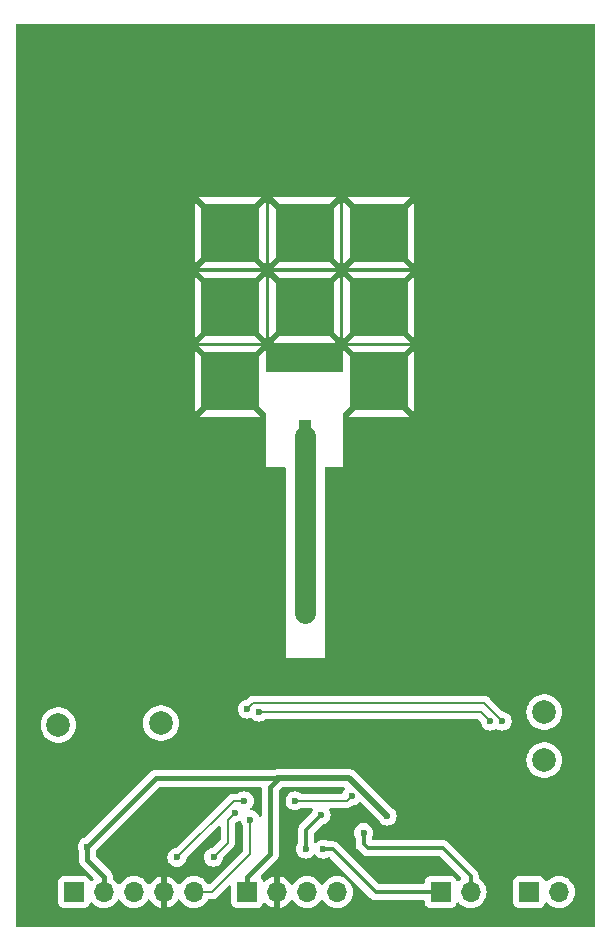
<source format=gbr>
%TF.GenerationSoftware,KiCad,Pcbnew,8.0.1*%
%TF.CreationDate,2025-07-31T15:37:34-05:00*%
%TF.ProjectId,GPS_board_v3,4750535f-626f-4617-9264-5f76332e6b69,rev?*%
%TF.SameCoordinates,Original*%
%TF.FileFunction,Copper,L2,Bot*%
%TF.FilePolarity,Positive*%
%FSLAX46Y46*%
G04 Gerber Fmt 4.6, Leading zero omitted, Abs format (unit mm)*
G04 Created by KiCad (PCBNEW 8.0.1) date 2025-07-31 15:37:34*
%MOMM*%
%LPD*%
G01*
G04 APERTURE LIST*
%TA.AperFunction,ComponentPad*%
%ADD10C,2.000000*%
%TD*%
%TA.AperFunction,ComponentPad*%
%ADD11R,1.700000X1.700000*%
%TD*%
%TA.AperFunction,ComponentPad*%
%ADD12O,1.700000X1.700000*%
%TD*%
%TA.AperFunction,ComponentPad*%
%ADD13R,5.000000X5.000000*%
%TD*%
%TA.AperFunction,ComponentPad*%
%ADD14R,1.000000X2.700000*%
%TD*%
%TA.AperFunction,ViaPad*%
%ADD15C,0.600000*%
%TD*%
%TA.AperFunction,Conductor*%
%ADD16C,0.200000*%
%TD*%
%TA.AperFunction,Conductor*%
%ADD17C,0.350000*%
%TD*%
%TA.AperFunction,Conductor*%
%ADD18C,1.800000*%
%TD*%
%TA.AperFunction,Conductor*%
%ADD19C,0.450000*%
%TD*%
%TA.AperFunction,Conductor*%
%ADD20C,0.500000*%
%TD*%
G04 APERTURE END LIST*
D10*
%TO.P,REF\u002A\u002A,1*%
%TO.N,CAN_TX*%
X135450000Y-111420000D03*
%TD*%
%TO.P,REF\u002A\u002A,1*%
%TO.N,CAN_RX*%
X126760000Y-111570000D03*
%TD*%
%TO.P,REF\u002A\u002A,1*%
%TO.N,STM_UART_TX*%
X167894000Y-110490000D03*
%TD*%
D11*
%TO.P,J4,1,Pin_1*%
%TO.N,STM_RST*%
X128080000Y-125715000D03*
D12*
%TO.P,J4,2,Pin_2*%
%TO.N,+3V3*%
X130620000Y-125715000D03*
%TO.P,J4,3,Pin_3*%
%TO.N,SWCLK*%
X133160000Y-125715000D03*
%TO.P,J4,4,Pin_4*%
%TO.N,GND*%
X135700000Y-125715000D03*
%TO.P,J4,5,Pin_5*%
%TO.N,SWDIO*%
X138240000Y-125715000D03*
%TD*%
D11*
%TO.P,J2,1,Pin_1*%
%TO.N,CANH*%
X159125000Y-125715000D03*
D12*
%TO.P,J2,2,Pin_2*%
%TO.N,Net-(J2A-Pin_2)*%
X161665000Y-125715000D03*
%TD*%
D13*
%TO.P,A1,1,GND*%
%TO.N,GND*%
X141300000Y-69900000D03*
X141300000Y-76200000D03*
X141300000Y-82500000D03*
X147600000Y-69900000D03*
X147600000Y-76200000D03*
X153900000Y-69900000D03*
X153900000Y-76200000D03*
X153900000Y-82500000D03*
D14*
%TO.P,A1,2,RF_OUT*%
%TO.N,Net-(A1-RF_OUT)*%
X147600000Y-87150000D03*
%TD*%
D10*
%TO.P,REF\u002A\u002A,1*%
%TO.N,STM_UART_RX*%
X167894000Y-114554000D03*
%TD*%
D11*
%TO.P,J3,1,Pin_1*%
%TO.N,+3V3*%
X142748000Y-125730000D03*
D12*
%TO.P,J3,2,Pin_2*%
%TO.N,GND*%
X145288000Y-125730000D03*
%TO.P,J3,3,Pin_3*%
%TO.N,CANL*%
X147828000Y-125730000D03*
%TO.P,J3,4,Pin_4*%
%TO.N,CANH*%
X150368000Y-125730000D03*
%TD*%
D11*
%TO.P,J1,1,Pin_1*%
%TO.N,SCL*%
X166625000Y-125715000D03*
D12*
%TO.P,J1,2,Pin_2*%
%TO.N,SDA*%
X169165000Y-125715000D03*
%TD*%
D15*
%TO.N,STM_RST*%
X146800000Y-118000000D03*
X151600000Y-117600000D03*
X136800000Y-122800000D03*
X142500000Y-118000000D03*
%TO.N,SWDIO*%
X143000000Y-119600000D03*
%TO.N,CANH*%
X149200000Y-122100000D03*
%TO.N,Net-(A1-RF_OUT)*%
X147600000Y-102100000D03*
%TO.N,SWCLK*%
X141700000Y-119000000D03*
X139900000Y-122775000D03*
%TO.N,+3V3*%
X129200000Y-121900000D03*
X145400000Y-116100000D03*
X154600000Y-119300000D03*
%TO.N,CANL*%
X149000000Y-119200000D03*
X147700000Y-122100000D03*
%TO.N,Net-(J2A-Pin_2)*%
X152600000Y-120700000D03*
%TO.N,STM_UART_TX*%
X163322000Y-111252000D03*
X143764000Y-110490000D03*
%TO.N,STM_UART_RX*%
X164338000Y-111252000D03*
X142748000Y-110236000D03*
%TO.N,GND*%
X171600000Y-109500000D03*
X123700000Y-114500000D03*
X123700000Y-109500000D03*
X171600000Y-114500000D03*
X156464000Y-119634000D03*
X123700000Y-104500000D03*
X123700000Y-123000000D03*
X171600000Y-123000000D03*
X123700000Y-118900000D03*
X123700000Y-128000000D03*
X130600000Y-109500000D03*
X171600000Y-104500000D03*
X157734000Y-115316000D03*
X171600000Y-118900000D03*
X130600000Y-104500000D03*
X162814000Y-112776000D03*
X171600000Y-128000000D03*
%TD*%
D16*
%TO.N,SWDIO*%
X138240000Y-125715000D02*
X139785000Y-125715000D01*
X139785000Y-125715000D02*
X143000000Y-122500000D01*
X143000000Y-122500000D02*
X143000000Y-119600000D01*
%TO.N,STM_RST*%
X146800000Y-118000000D02*
X151200000Y-118000000D01*
X136800000Y-122800000D02*
X141600000Y-118000000D01*
X141600000Y-118000000D02*
X142500000Y-118000000D01*
X151200000Y-118000000D02*
X151600000Y-117600000D01*
D17*
%TO.N,CANH*%
X150000000Y-122100000D02*
X153615000Y-125715000D01*
X149200000Y-122100000D02*
X150000000Y-122100000D01*
X153615000Y-125715000D02*
X159125000Y-125715000D01*
D18*
%TO.N,Net-(A1-RF_OUT)*%
X147600000Y-102100000D02*
X147600000Y-87150000D01*
D16*
%TO.N,SWCLK*%
X141100000Y-121575000D02*
X139900000Y-122775000D01*
X141100000Y-121575000D02*
X141100000Y-119600000D01*
X141100000Y-119600000D02*
X141700000Y-119000000D01*
D19*
%TO.N,+3V3*%
X135000000Y-116100000D02*
X145400000Y-116100000D01*
X129200000Y-123000000D02*
X129200000Y-121900000D01*
D20*
X154600000Y-119300000D02*
X151400000Y-116100000D01*
D19*
X144700000Y-116800000D02*
X144700000Y-122508000D01*
X129200000Y-121900000D02*
X135000000Y-116100000D01*
D20*
X151400000Y-116100000D02*
X145400000Y-116100000D01*
D19*
X142748000Y-124460000D02*
X142748000Y-125730000D01*
X145400000Y-116100000D02*
X144700000Y-116800000D01*
X130620000Y-125715000D02*
X130620000Y-124420000D01*
X142748000Y-124460000D02*
X144700000Y-122508000D01*
X130620000Y-124420000D02*
X129200000Y-123000000D01*
D17*
%TO.N,CANL*%
X147700000Y-122100000D02*
X147700000Y-120500000D01*
X147700000Y-120500000D02*
X149000000Y-119200000D01*
%TO.N,Net-(J2A-Pin_2)*%
X152960000Y-122000000D02*
X159300000Y-122000000D01*
X159300000Y-122000000D02*
X161665000Y-124365000D01*
X152600000Y-120700000D02*
X152600000Y-121640000D01*
X161665000Y-124365000D02*
X161665000Y-125715000D01*
X152600000Y-121640000D02*
X152960000Y-122000000D01*
D16*
%TO.N,STM_UART_TX*%
X162560000Y-110490000D02*
X163322000Y-111252000D01*
X143764000Y-110490000D02*
X162560000Y-110490000D01*
%TO.N,STM_UART_RX*%
X143256000Y-109728000D02*
X162814000Y-109728000D01*
X143256000Y-109728000D02*
X142748000Y-110236000D01*
X164338000Y-111252000D02*
X162814000Y-109728000D01*
%TD*%
%TA.AperFunction,Conductor*%
%TO.N,GND*%
G36*
X143917539Y-116845185D02*
G01*
X143963294Y-116897989D01*
X143974500Y-116949500D01*
X143974500Y-119231439D01*
X143954815Y-119298478D01*
X143902011Y-119344233D01*
X143832853Y-119354177D01*
X143769297Y-119325152D01*
X143733459Y-119272395D01*
X143725790Y-119250479D01*
X143629815Y-119097737D01*
X143502262Y-118970184D01*
X143349523Y-118874211D01*
X143179254Y-118814631D01*
X143179249Y-118814630D01*
X143109953Y-118806823D01*
X143045539Y-118779757D01*
X143005983Y-118722162D01*
X143003846Y-118652325D01*
X143036152Y-118595925D01*
X143129816Y-118502262D01*
X143225789Y-118349522D01*
X143285368Y-118179255D01*
X143285369Y-118179249D01*
X143305565Y-118000003D01*
X143305565Y-117999996D01*
X143285369Y-117820750D01*
X143285368Y-117820745D01*
X143225788Y-117650476D01*
X143129815Y-117497737D01*
X143002262Y-117370184D01*
X142849523Y-117274211D01*
X142679254Y-117214631D01*
X142679249Y-117214630D01*
X142500004Y-117194435D01*
X142499996Y-117194435D01*
X142320750Y-117214630D01*
X142320745Y-117214631D01*
X142150476Y-117274211D01*
X141997736Y-117370185D01*
X141994903Y-117372445D01*
X141992724Y-117373334D01*
X141991842Y-117373889D01*
X141991744Y-117373734D01*
X141930217Y-117398855D01*
X141917588Y-117399500D01*
X141679057Y-117399500D01*
X141520943Y-117399500D01*
X141368215Y-117440423D01*
X141368214Y-117440423D01*
X141368212Y-117440424D01*
X141368209Y-117440425D01*
X141333066Y-117460716D01*
X141333064Y-117460717D01*
X141231290Y-117519475D01*
X141231282Y-117519481D01*
X141119478Y-117631286D01*
X136781465Y-121969298D01*
X136720142Y-122002783D01*
X136707668Y-122004837D01*
X136620750Y-122014630D01*
X136450478Y-122074210D01*
X136297737Y-122170184D01*
X136170184Y-122297737D01*
X136074211Y-122450476D01*
X136014631Y-122620745D01*
X136014630Y-122620750D01*
X135994435Y-122799996D01*
X135994435Y-122800003D01*
X136014630Y-122979249D01*
X136014631Y-122979254D01*
X136074211Y-123149523D01*
X136154475Y-123277262D01*
X136170184Y-123302262D01*
X136297738Y-123429816D01*
X136450478Y-123525789D01*
X136549299Y-123560368D01*
X136620745Y-123585368D01*
X136620750Y-123585369D01*
X136799996Y-123605565D01*
X136800000Y-123605565D01*
X136800004Y-123605565D01*
X136979249Y-123585369D01*
X136979252Y-123585368D01*
X136979255Y-123585368D01*
X137149522Y-123525789D01*
X137302262Y-123429816D01*
X137429816Y-123302262D01*
X137525789Y-123149522D01*
X137585368Y-122979255D01*
X137595161Y-122892329D01*
X137622226Y-122827918D01*
X137630690Y-122818543D01*
X140287821Y-120161413D01*
X140349142Y-120127930D01*
X140418834Y-120132914D01*
X140474767Y-120174786D01*
X140499184Y-120240250D01*
X140499500Y-120249096D01*
X140499500Y-121274902D01*
X140479815Y-121341941D01*
X140463181Y-121362583D01*
X139881465Y-121944298D01*
X139820142Y-121977783D01*
X139807668Y-121979837D01*
X139720750Y-121989630D01*
X139550478Y-122049210D01*
X139397737Y-122145184D01*
X139270184Y-122272737D01*
X139174211Y-122425476D01*
X139114631Y-122595745D01*
X139114631Y-122595747D01*
X139094435Y-122774996D01*
X139094435Y-122775003D01*
X139114630Y-122954249D01*
X139114631Y-122954254D01*
X139174211Y-123124523D01*
X139189920Y-123149523D01*
X139270184Y-123277262D01*
X139397738Y-123404816D01*
X139550478Y-123500789D01*
X139621924Y-123525789D01*
X139720745Y-123560368D01*
X139720750Y-123560369D01*
X139899996Y-123580565D01*
X139900000Y-123580565D01*
X139900004Y-123580565D01*
X140079249Y-123560369D01*
X140079252Y-123560368D01*
X140079255Y-123560368D01*
X140249522Y-123500789D01*
X140402262Y-123404816D01*
X140529816Y-123277262D01*
X140625789Y-123124522D01*
X140685368Y-122954255D01*
X140695161Y-122867329D01*
X140722226Y-122802918D01*
X140730690Y-122793543D01*
X141458506Y-122065728D01*
X141458511Y-122065724D01*
X141468714Y-122055520D01*
X141468716Y-122055520D01*
X141580520Y-121943716D01*
X141642111Y-121837036D01*
X141659577Y-121806785D01*
X141700500Y-121654058D01*
X141700500Y-121495943D01*
X141700500Y-119916321D01*
X141720185Y-119849282D01*
X141772989Y-119803527D01*
X141810613Y-119793101D01*
X141879255Y-119785368D01*
X142021057Y-119735749D01*
X142049514Y-119725792D01*
X142049515Y-119725791D01*
X142049522Y-119725789D01*
X142049527Y-119725785D01*
X142049780Y-119725664D01*
X142049969Y-119725632D01*
X142056096Y-119723489D01*
X142056471Y-119724561D01*
X142118719Y-119714303D01*
X142182858Y-119742016D01*
X142220639Y-119796422D01*
X142274211Y-119949523D01*
X142322132Y-120025788D01*
X142359569Y-120085369D01*
X142370185Y-120102263D01*
X142372445Y-120105097D01*
X142373334Y-120107275D01*
X142373889Y-120108158D01*
X142373734Y-120108255D01*
X142398855Y-120169783D01*
X142399500Y-120182412D01*
X142399500Y-122199902D01*
X142379815Y-122266941D01*
X142363181Y-122287583D01*
X139600714Y-125050050D01*
X139539391Y-125083535D01*
X139469699Y-125078551D01*
X139413766Y-125036679D01*
X139411486Y-125033531D01*
X139278495Y-124843599D01*
X139278493Y-124843596D01*
X139111402Y-124676506D01*
X139111395Y-124676501D01*
X139098580Y-124667528D01*
X139055940Y-124637671D01*
X138917834Y-124540967D01*
X138917830Y-124540965D01*
X138850979Y-124509792D01*
X138703663Y-124441097D01*
X138703659Y-124441096D01*
X138703655Y-124441094D01*
X138475413Y-124379938D01*
X138475403Y-124379936D01*
X138240001Y-124359341D01*
X138239999Y-124359341D01*
X138004596Y-124379936D01*
X138004586Y-124379938D01*
X137776344Y-124441094D01*
X137776335Y-124441098D01*
X137562171Y-124540964D01*
X137562169Y-124540965D01*
X137368597Y-124676505D01*
X137201508Y-124843594D01*
X137071269Y-125029595D01*
X137016692Y-125073219D01*
X136947193Y-125080412D01*
X136884839Y-125048890D01*
X136868119Y-125029594D01*
X136738113Y-124843926D01*
X136738108Y-124843920D01*
X136571082Y-124676894D01*
X136377578Y-124541399D01*
X136163492Y-124441570D01*
X136163486Y-124441567D01*
X135950000Y-124384364D01*
X135950000Y-125281988D01*
X135892993Y-125249075D01*
X135765826Y-125215000D01*
X135634174Y-125215000D01*
X135507007Y-125249075D01*
X135450000Y-125281988D01*
X135450000Y-124384364D01*
X135449999Y-124384364D01*
X135236513Y-124441567D01*
X135236507Y-124441570D01*
X135022422Y-124541399D01*
X135022420Y-124541400D01*
X134828926Y-124676886D01*
X134828920Y-124676891D01*
X134661891Y-124843920D01*
X134661890Y-124843922D01*
X134531880Y-125029595D01*
X134477303Y-125073219D01*
X134407804Y-125080412D01*
X134345450Y-125048890D01*
X134328730Y-125029594D01*
X134198494Y-124843597D01*
X134031402Y-124676506D01*
X134031395Y-124676501D01*
X134018580Y-124667528D01*
X133975940Y-124637671D01*
X133837834Y-124540967D01*
X133837830Y-124540965D01*
X133770979Y-124509792D01*
X133623663Y-124441097D01*
X133623659Y-124441096D01*
X133623655Y-124441094D01*
X133395413Y-124379938D01*
X133395403Y-124379936D01*
X133160001Y-124359341D01*
X133159999Y-124359341D01*
X132924596Y-124379936D01*
X132924586Y-124379938D01*
X132696344Y-124441094D01*
X132696335Y-124441098D01*
X132482171Y-124540964D01*
X132482169Y-124540965D01*
X132288597Y-124676505D01*
X132121505Y-124843597D01*
X131991575Y-125029158D01*
X131936998Y-125072783D01*
X131867500Y-125079977D01*
X131805145Y-125048454D01*
X131788425Y-125029158D01*
X131658494Y-124843597D01*
X131491404Y-124676508D01*
X131491402Y-124676506D01*
X131491401Y-124676505D01*
X131475287Y-124665222D01*
X131398375Y-124611366D01*
X131354751Y-124556789D01*
X131345500Y-124509792D01*
X131345500Y-124348542D01*
X131317620Y-124208385D01*
X131317619Y-124208384D01*
X131317619Y-124208380D01*
X131262929Y-124076347D01*
X131242004Y-124045031D01*
X131183532Y-123957520D01*
X131183530Y-123957518D01*
X131183528Y-123957515D01*
X129961819Y-122735806D01*
X129928334Y-122674483D01*
X129925500Y-122648125D01*
X129925500Y-122271414D01*
X129932457Y-122230463D01*
X129942977Y-122200398D01*
X129972335Y-122153675D01*
X135264193Y-116861819D01*
X135325516Y-116828334D01*
X135351874Y-116825500D01*
X143850500Y-116825500D01*
X143917539Y-116845185D01*
G37*
%TD.AperFunction*%
%TA.AperFunction,Conductor*%
G36*
X172130539Y-52212185D02*
G01*
X172176294Y-52264989D01*
X172187500Y-52316500D01*
X172187500Y-128575500D01*
X172167815Y-128642539D01*
X172115011Y-128688294D01*
X172063500Y-128699500D01*
X123274500Y-128699500D01*
X123207461Y-128679815D01*
X123161706Y-128627011D01*
X123150500Y-128575500D01*
X123150500Y-126612870D01*
X126729500Y-126612870D01*
X126729501Y-126612876D01*
X126735908Y-126672483D01*
X126786202Y-126807328D01*
X126786206Y-126807335D01*
X126872452Y-126922544D01*
X126872455Y-126922547D01*
X126987664Y-127008793D01*
X126987671Y-127008797D01*
X127122517Y-127059091D01*
X127122516Y-127059091D01*
X127129444Y-127059835D01*
X127182127Y-127065500D01*
X128977872Y-127065499D01*
X129037483Y-127059091D01*
X129172331Y-127008796D01*
X129287546Y-126922546D01*
X129373796Y-126807331D01*
X129422810Y-126675916D01*
X129464681Y-126619984D01*
X129530145Y-126595566D01*
X129598418Y-126610417D01*
X129626673Y-126631569D01*
X129748599Y-126753495D01*
X129845384Y-126821265D01*
X129942165Y-126889032D01*
X129942167Y-126889033D01*
X129942170Y-126889035D01*
X130156337Y-126988903D01*
X130384592Y-127050063D01*
X130561034Y-127065500D01*
X130619999Y-127070659D01*
X130620000Y-127070659D01*
X130620001Y-127070659D01*
X130678966Y-127065500D01*
X130855408Y-127050063D01*
X131083663Y-126988903D01*
X131297830Y-126889035D01*
X131491401Y-126753495D01*
X131658495Y-126586401D01*
X131788425Y-126400842D01*
X131843002Y-126357217D01*
X131912500Y-126350023D01*
X131974855Y-126381546D01*
X131991575Y-126400842D01*
X132121500Y-126586395D01*
X132121505Y-126586401D01*
X132288599Y-126753495D01*
X132385384Y-126821265D01*
X132482165Y-126889032D01*
X132482167Y-126889033D01*
X132482170Y-126889035D01*
X132696337Y-126988903D01*
X132924592Y-127050063D01*
X133101034Y-127065500D01*
X133159999Y-127070659D01*
X133160000Y-127070659D01*
X133160001Y-127070659D01*
X133218966Y-127065500D01*
X133395408Y-127050063D01*
X133623663Y-126988903D01*
X133837830Y-126889035D01*
X134031401Y-126753495D01*
X134198495Y-126586401D01*
X134328730Y-126400405D01*
X134383307Y-126356781D01*
X134452805Y-126349587D01*
X134515160Y-126381110D01*
X134531879Y-126400405D01*
X134661890Y-126586078D01*
X134828917Y-126753105D01*
X135022421Y-126888600D01*
X135236507Y-126988429D01*
X135236516Y-126988433D01*
X135450000Y-127045634D01*
X135450000Y-126148012D01*
X135507007Y-126180925D01*
X135634174Y-126215000D01*
X135765826Y-126215000D01*
X135892993Y-126180925D01*
X135950000Y-126148012D01*
X135950000Y-127045633D01*
X136163483Y-126988433D01*
X136163492Y-126988429D01*
X136377578Y-126888600D01*
X136571082Y-126753105D01*
X136738105Y-126586082D01*
X136868119Y-126400405D01*
X136922696Y-126356781D01*
X136992195Y-126349588D01*
X137054549Y-126381110D01*
X137071269Y-126400405D01*
X137201505Y-126586401D01*
X137368599Y-126753495D01*
X137465384Y-126821265D01*
X137562165Y-126889032D01*
X137562167Y-126889033D01*
X137562170Y-126889035D01*
X137776337Y-126988903D01*
X138004592Y-127050063D01*
X138181034Y-127065500D01*
X138239999Y-127070659D01*
X138240000Y-127070659D01*
X138240001Y-127070659D01*
X138298966Y-127065500D01*
X138475408Y-127050063D01*
X138703663Y-126988903D01*
X138917830Y-126889035D01*
X139111401Y-126753495D01*
X139278495Y-126586401D01*
X139414035Y-126392830D01*
X139416707Y-126387097D01*
X139462878Y-126334658D01*
X139529091Y-126315500D01*
X139698331Y-126315500D01*
X139698347Y-126315501D01*
X139705943Y-126315501D01*
X139864054Y-126315501D01*
X139864057Y-126315501D01*
X140016785Y-126274577D01*
X140077202Y-126239695D01*
X140153716Y-126195520D01*
X140265520Y-126083716D01*
X140265520Y-126083714D01*
X140275724Y-126073511D01*
X140275727Y-126073506D01*
X141185820Y-125163414D01*
X141247142Y-125129930D01*
X141316834Y-125134914D01*
X141372767Y-125176786D01*
X141397184Y-125242250D01*
X141397500Y-125251096D01*
X141397500Y-126627870D01*
X141397501Y-126627876D01*
X141403908Y-126687483D01*
X141454202Y-126822328D01*
X141454206Y-126822335D01*
X141540452Y-126937544D01*
X141540455Y-126937547D01*
X141655664Y-127023793D01*
X141655671Y-127023797D01*
X141790517Y-127074091D01*
X141790516Y-127074091D01*
X141797444Y-127074835D01*
X141850127Y-127080500D01*
X143645872Y-127080499D01*
X143705483Y-127074091D01*
X143840331Y-127023796D01*
X143955546Y-126937546D01*
X144041796Y-126822331D01*
X144091002Y-126690401D01*
X144132872Y-126634468D01*
X144198337Y-126610050D01*
X144266610Y-126624901D01*
X144294865Y-126646053D01*
X144416917Y-126768105D01*
X144610421Y-126903600D01*
X144824507Y-127003429D01*
X144824516Y-127003433D01*
X145038000Y-127060634D01*
X145038000Y-126163012D01*
X145095007Y-126195925D01*
X145222174Y-126230000D01*
X145353826Y-126230000D01*
X145480993Y-126195925D01*
X145538000Y-126163012D01*
X145538000Y-127060633D01*
X145751483Y-127003433D01*
X145751492Y-127003429D01*
X145965578Y-126903600D01*
X146159082Y-126768105D01*
X146326105Y-126601082D01*
X146456119Y-126415405D01*
X146510696Y-126371781D01*
X146580195Y-126364588D01*
X146642549Y-126396110D01*
X146659269Y-126415405D01*
X146789505Y-126601401D01*
X146956599Y-126768495D01*
X147053384Y-126836265D01*
X147150165Y-126904032D01*
X147150167Y-126904033D01*
X147150170Y-126904035D01*
X147364337Y-127003903D01*
X147592592Y-127065063D01*
X147769034Y-127080500D01*
X147827999Y-127085659D01*
X147828000Y-127085659D01*
X147828001Y-127085659D01*
X147886966Y-127080500D01*
X148063408Y-127065063D01*
X148291663Y-127003903D01*
X148505830Y-126904035D01*
X148699401Y-126768495D01*
X148866495Y-126601401D01*
X148996425Y-126415842D01*
X149051002Y-126372217D01*
X149120500Y-126365023D01*
X149182855Y-126396546D01*
X149199575Y-126415842D01*
X149329500Y-126601395D01*
X149329505Y-126601401D01*
X149496599Y-126768495D01*
X149593384Y-126836265D01*
X149690165Y-126904032D01*
X149690167Y-126904033D01*
X149690170Y-126904035D01*
X149904337Y-127003903D01*
X150132592Y-127065063D01*
X150309034Y-127080500D01*
X150367999Y-127085659D01*
X150368000Y-127085659D01*
X150368001Y-127085659D01*
X150426966Y-127080500D01*
X150603408Y-127065063D01*
X150831663Y-127003903D01*
X151045830Y-126904035D01*
X151239401Y-126768495D01*
X151406495Y-126601401D01*
X151542035Y-126407830D01*
X151641903Y-126193663D01*
X151703063Y-125965408D01*
X151723659Y-125730000D01*
X151703063Y-125494592D01*
X151641903Y-125266337D01*
X151542035Y-125052171D01*
X151539433Y-125048454D01*
X151406494Y-124858597D01*
X151239402Y-124691506D01*
X151239395Y-124691501D01*
X151045834Y-124555967D01*
X151045830Y-124555965D01*
X151007038Y-124537876D01*
X150831663Y-124456097D01*
X150831659Y-124456096D01*
X150831655Y-124456094D01*
X150603413Y-124394938D01*
X150603403Y-124394936D01*
X150368001Y-124374341D01*
X150367999Y-124374341D01*
X150132596Y-124394936D01*
X150132586Y-124394938D01*
X149904344Y-124456094D01*
X149904335Y-124456098D01*
X149690171Y-124555964D01*
X149690169Y-124555965D01*
X149496597Y-124691505D01*
X149329505Y-124858597D01*
X149199575Y-125044158D01*
X149144998Y-125087783D01*
X149075500Y-125094977D01*
X149013145Y-125063454D01*
X148996425Y-125044158D01*
X148866494Y-124858597D01*
X148699402Y-124691506D01*
X148699395Y-124691501D01*
X148505834Y-124555967D01*
X148505830Y-124555965D01*
X148467038Y-124537876D01*
X148291663Y-124456097D01*
X148291659Y-124456096D01*
X148291655Y-124456094D01*
X148063413Y-124394938D01*
X148063403Y-124394936D01*
X147828001Y-124374341D01*
X147827999Y-124374341D01*
X147592596Y-124394936D01*
X147592586Y-124394938D01*
X147364344Y-124456094D01*
X147364335Y-124456098D01*
X147150171Y-124555964D01*
X147150169Y-124555965D01*
X146956597Y-124691505D01*
X146789508Y-124858594D01*
X146659269Y-125044595D01*
X146604692Y-125088219D01*
X146535193Y-125095412D01*
X146472839Y-125063890D01*
X146456119Y-125044594D01*
X146326113Y-124858926D01*
X146326108Y-124858920D01*
X146159082Y-124691894D01*
X145965578Y-124556399D01*
X145751492Y-124456570D01*
X145751486Y-124456567D01*
X145538000Y-124399364D01*
X145538000Y-125296988D01*
X145480993Y-125264075D01*
X145353826Y-125230000D01*
X145222174Y-125230000D01*
X145095007Y-125264075D01*
X145038000Y-125296988D01*
X145038000Y-124399364D01*
X145037999Y-124399364D01*
X144824513Y-124456567D01*
X144824507Y-124456570D01*
X144610422Y-124556399D01*
X144610420Y-124556400D01*
X144416926Y-124691886D01*
X144294865Y-124813947D01*
X144233542Y-124847431D01*
X144163850Y-124842447D01*
X144107917Y-124800575D01*
X144091002Y-124769598D01*
X144041797Y-124637671D01*
X144041793Y-124637664D01*
X143955547Y-124522455D01*
X143955546Y-124522454D01*
X143935510Y-124507455D01*
X143930570Y-124503757D01*
X143888699Y-124447825D01*
X143883715Y-124378133D01*
X143917198Y-124316812D01*
X145263532Y-122970480D01*
X145342929Y-122851653D01*
X145397619Y-122719620D01*
X145410205Y-122656347D01*
X145411559Y-122649540D01*
X145425500Y-122579457D01*
X145425500Y-117151873D01*
X145445185Y-117084834D01*
X145461815Y-117064196D01*
X145639192Y-116886818D01*
X145700515Y-116853334D01*
X145726873Y-116850500D01*
X150918060Y-116850500D01*
X150985099Y-116870185D01*
X151030854Y-116922989D01*
X151040798Y-116992147D01*
X151011773Y-117055703D01*
X151005741Y-117062181D01*
X150970184Y-117097737D01*
X150874210Y-117250478D01*
X150851125Y-117316454D01*
X150810403Y-117373230D01*
X150745451Y-117398978D01*
X150734083Y-117399500D01*
X147382412Y-117399500D01*
X147315373Y-117379815D01*
X147305097Y-117372445D01*
X147302263Y-117370185D01*
X147302262Y-117370184D01*
X147245496Y-117334515D01*
X147149523Y-117274211D01*
X146979254Y-117214631D01*
X146979249Y-117214630D01*
X146800004Y-117194435D01*
X146799996Y-117194435D01*
X146620750Y-117214630D01*
X146620745Y-117214631D01*
X146450476Y-117274211D01*
X146297737Y-117370184D01*
X146170184Y-117497737D01*
X146074211Y-117650476D01*
X146014631Y-117820745D01*
X146014630Y-117820750D01*
X145994435Y-117999996D01*
X145994435Y-118000003D01*
X146014630Y-118179249D01*
X146014631Y-118179254D01*
X146074211Y-118349523D01*
X146156523Y-118480521D01*
X146170184Y-118502262D01*
X146297738Y-118629816D01*
X146388080Y-118686582D01*
X146444705Y-118722162D01*
X146450478Y-118725789D01*
X146604710Y-118779757D01*
X146620745Y-118785368D01*
X146620750Y-118785369D01*
X146799996Y-118805565D01*
X146800000Y-118805565D01*
X146800004Y-118805565D01*
X146979249Y-118785369D01*
X146979252Y-118785368D01*
X146979255Y-118785368D01*
X147149522Y-118725789D01*
X147302262Y-118629816D01*
X147302267Y-118629810D01*
X147305097Y-118627555D01*
X147307275Y-118626665D01*
X147308158Y-118626111D01*
X147308255Y-118626265D01*
X147369783Y-118601145D01*
X147382412Y-118600500D01*
X148206921Y-118600500D01*
X148273960Y-118620185D01*
X148319715Y-118672989D01*
X148329659Y-118742147D01*
X148311915Y-118790472D01*
X148274209Y-118850480D01*
X148218961Y-119008370D01*
X148189601Y-119055096D01*
X147175307Y-120069390D01*
X147175304Y-120069394D01*
X147101383Y-120180024D01*
X147101378Y-120180034D01*
X147050459Y-120302963D01*
X147050457Y-120302971D01*
X147024500Y-120433464D01*
X147024500Y-121634719D01*
X147005494Y-121700690D01*
X146974209Y-121750479D01*
X146914633Y-121920737D01*
X146914630Y-121920750D01*
X146894435Y-122099996D01*
X146894435Y-122100003D01*
X146914630Y-122279249D01*
X146914631Y-122279254D01*
X146974211Y-122449523D01*
X147054994Y-122578087D01*
X147070184Y-122602262D01*
X147197738Y-122729816D01*
X147350478Y-122825789D01*
X147469204Y-122867333D01*
X147520745Y-122885368D01*
X147520750Y-122885369D01*
X147699996Y-122905565D01*
X147700000Y-122905565D01*
X147700004Y-122905565D01*
X147879249Y-122885369D01*
X147879252Y-122885368D01*
X147879255Y-122885368D01*
X148049522Y-122825789D01*
X148202262Y-122729816D01*
X148329816Y-122602262D01*
X148345007Y-122578084D01*
X148397339Y-122531796D01*
X148466393Y-122521146D01*
X148530242Y-122549521D01*
X148554990Y-122578082D01*
X148570184Y-122602262D01*
X148697738Y-122729816D01*
X148850478Y-122825789D01*
X148969204Y-122867333D01*
X149020745Y-122885368D01*
X149020750Y-122885369D01*
X149199996Y-122905565D01*
X149200000Y-122905565D01*
X149200004Y-122905565D01*
X149379249Y-122885369D01*
X149379252Y-122885368D01*
X149379255Y-122885368D01*
X149549522Y-122825789D01*
X149599307Y-122794507D01*
X149665280Y-122775500D01*
X149668837Y-122775500D01*
X149735876Y-122795185D01*
X149756518Y-122811819D01*
X153090305Y-126145606D01*
X153138354Y-126193655D01*
X153184394Y-126239695D01*
X153184398Y-126239698D01*
X153295020Y-126313613D01*
X153295023Y-126313614D01*
X153295031Y-126313620D01*
X153295037Y-126313622D01*
X153295038Y-126313623D01*
X153406192Y-126359664D01*
X153417964Y-126364540D01*
X153417968Y-126364540D01*
X153417969Y-126364541D01*
X153548466Y-126390500D01*
X153548469Y-126390500D01*
X157650501Y-126390500D01*
X157717540Y-126410185D01*
X157763295Y-126462989D01*
X157774501Y-126514500D01*
X157774501Y-126612876D01*
X157780908Y-126672483D01*
X157831202Y-126807328D01*
X157831206Y-126807335D01*
X157917452Y-126922544D01*
X157917455Y-126922547D01*
X158032664Y-127008793D01*
X158032671Y-127008797D01*
X158167517Y-127059091D01*
X158167516Y-127059091D01*
X158174444Y-127059835D01*
X158227127Y-127065500D01*
X160022872Y-127065499D01*
X160082483Y-127059091D01*
X160217331Y-127008796D01*
X160332546Y-126922546D01*
X160418796Y-126807331D01*
X160467810Y-126675916D01*
X160509681Y-126619984D01*
X160575145Y-126595566D01*
X160643418Y-126610417D01*
X160671673Y-126631569D01*
X160793599Y-126753495D01*
X160890384Y-126821265D01*
X160987165Y-126889032D01*
X160987167Y-126889033D01*
X160987170Y-126889035D01*
X161201337Y-126988903D01*
X161429592Y-127050063D01*
X161606034Y-127065500D01*
X161664999Y-127070659D01*
X161665000Y-127070659D01*
X161665001Y-127070659D01*
X161723966Y-127065500D01*
X161900408Y-127050063D01*
X162128663Y-126988903D01*
X162342830Y-126889035D01*
X162536401Y-126753495D01*
X162677026Y-126612870D01*
X165274500Y-126612870D01*
X165274501Y-126612876D01*
X165280908Y-126672483D01*
X165331202Y-126807328D01*
X165331206Y-126807335D01*
X165417452Y-126922544D01*
X165417455Y-126922547D01*
X165532664Y-127008793D01*
X165532671Y-127008797D01*
X165667517Y-127059091D01*
X165667516Y-127059091D01*
X165674444Y-127059835D01*
X165727127Y-127065500D01*
X167522872Y-127065499D01*
X167582483Y-127059091D01*
X167717331Y-127008796D01*
X167832546Y-126922546D01*
X167918796Y-126807331D01*
X167967810Y-126675916D01*
X168009681Y-126619984D01*
X168075145Y-126595566D01*
X168143418Y-126610417D01*
X168171673Y-126631569D01*
X168293599Y-126753495D01*
X168390384Y-126821265D01*
X168487165Y-126889032D01*
X168487167Y-126889033D01*
X168487170Y-126889035D01*
X168701337Y-126988903D01*
X168929592Y-127050063D01*
X169106034Y-127065500D01*
X169164999Y-127070659D01*
X169165000Y-127070659D01*
X169165001Y-127070659D01*
X169223966Y-127065500D01*
X169400408Y-127050063D01*
X169628663Y-126988903D01*
X169842830Y-126889035D01*
X170036401Y-126753495D01*
X170203495Y-126586401D01*
X170339035Y-126392830D01*
X170438903Y-126178663D01*
X170500063Y-125950408D01*
X170520659Y-125715000D01*
X170500063Y-125479592D01*
X170442316Y-125264075D01*
X170438905Y-125251344D01*
X170438904Y-125251343D01*
X170438903Y-125251337D01*
X170339035Y-125037171D01*
X170338691Y-125036679D01*
X170203494Y-124843597D01*
X170036402Y-124676506D01*
X170036395Y-124676501D01*
X170023580Y-124667528D01*
X169980940Y-124637671D01*
X169842834Y-124540967D01*
X169842830Y-124540965D01*
X169775979Y-124509792D01*
X169628663Y-124441097D01*
X169628659Y-124441096D01*
X169628655Y-124441094D01*
X169400413Y-124379938D01*
X169400403Y-124379936D01*
X169165001Y-124359341D01*
X169164999Y-124359341D01*
X168929596Y-124379936D01*
X168929586Y-124379938D01*
X168701344Y-124441094D01*
X168701335Y-124441098D01*
X168487171Y-124540964D01*
X168487169Y-124540965D01*
X168293600Y-124676503D01*
X168171673Y-124798430D01*
X168110350Y-124831914D01*
X168040658Y-124826930D01*
X167984725Y-124785058D01*
X167967810Y-124754081D01*
X167918797Y-124622671D01*
X167918793Y-124622664D01*
X167832547Y-124507455D01*
X167832544Y-124507452D01*
X167717335Y-124421206D01*
X167717328Y-124421202D01*
X167582482Y-124370908D01*
X167582483Y-124370908D01*
X167522883Y-124364501D01*
X167522881Y-124364500D01*
X167522873Y-124364500D01*
X167522864Y-124364500D01*
X165727129Y-124364500D01*
X165727123Y-124364501D01*
X165667516Y-124370908D01*
X165532671Y-124421202D01*
X165532664Y-124421206D01*
X165417455Y-124507452D01*
X165417452Y-124507455D01*
X165331206Y-124622664D01*
X165331202Y-124622671D01*
X165280908Y-124757517D01*
X165274501Y-124817116D01*
X165274500Y-124817135D01*
X165274500Y-126612870D01*
X162677026Y-126612870D01*
X162703495Y-126586401D01*
X162839035Y-126392830D01*
X162938903Y-126178663D01*
X163000063Y-125950408D01*
X163020659Y-125715000D01*
X163000063Y-125479592D01*
X162942316Y-125264075D01*
X162938905Y-125251344D01*
X162938904Y-125251343D01*
X162938903Y-125251337D01*
X162839035Y-125037171D01*
X162838691Y-125036679D01*
X162703494Y-124843597D01*
X162536402Y-124676506D01*
X162536401Y-124676505D01*
X162525527Y-124668891D01*
X162393375Y-124576357D01*
X162349752Y-124521781D01*
X162340500Y-124474783D01*
X162340500Y-124298466D01*
X162314541Y-124167969D01*
X162314540Y-124167968D01*
X162314540Y-124167964D01*
X162263620Y-124045031D01*
X162205147Y-123957520D01*
X162189698Y-123934398D01*
X162189697Y-123934397D01*
X162189695Y-123934394D01*
X162095606Y-123840305D01*
X160929784Y-122674483D01*
X159730609Y-121475307D01*
X159730605Y-121475304D01*
X159619975Y-121401383D01*
X159619965Y-121401378D01*
X159497036Y-121350459D01*
X159497028Y-121350457D01*
X159366535Y-121324500D01*
X159366531Y-121324500D01*
X153399500Y-121324500D01*
X153332461Y-121304815D01*
X153286706Y-121252011D01*
X153275500Y-121200500D01*
X153275500Y-121165280D01*
X153294507Y-121099307D01*
X153325788Y-121049524D01*
X153385368Y-120879254D01*
X153385369Y-120879249D01*
X153405565Y-120700003D01*
X153405565Y-120699996D01*
X153385369Y-120520750D01*
X153385368Y-120520745D01*
X153325788Y-120350476D01*
X153229815Y-120197737D01*
X153102262Y-120070184D01*
X152949523Y-119974211D01*
X152779254Y-119914631D01*
X152779249Y-119914630D01*
X152600004Y-119894435D01*
X152599996Y-119894435D01*
X152420750Y-119914630D01*
X152420745Y-119914631D01*
X152250476Y-119974211D01*
X152097737Y-120070184D01*
X151970184Y-120197737D01*
X151874211Y-120350476D01*
X151814631Y-120520745D01*
X151814630Y-120520750D01*
X151794435Y-120699996D01*
X151794435Y-120700003D01*
X151814630Y-120879249D01*
X151814631Y-120879254D01*
X151874211Y-121049524D01*
X151905493Y-121099307D01*
X151924500Y-121165280D01*
X151924500Y-121706535D01*
X151950457Y-121837028D01*
X151950459Y-121837036D01*
X152001378Y-121959965D01*
X152001383Y-121959975D01*
X152075304Y-122070605D01*
X152075307Y-122070609D01*
X152529390Y-122524692D01*
X152529394Y-122524695D01*
X152640024Y-122598616D01*
X152640028Y-122598618D01*
X152640031Y-122598620D01*
X152762964Y-122649541D01*
X152888356Y-122674483D01*
X152893464Y-122675499D01*
X152893468Y-122675500D01*
X152893469Y-122675500D01*
X153026531Y-122675500D01*
X158968837Y-122675500D01*
X159035876Y-122695185D01*
X159056518Y-122711819D01*
X160822973Y-124478274D01*
X160856458Y-124539597D01*
X160851474Y-124609289D01*
X160809602Y-124665222D01*
X160806418Y-124667528D01*
X160793604Y-124676500D01*
X160671673Y-124798431D01*
X160610350Y-124831915D01*
X160540658Y-124826931D01*
X160484725Y-124785059D01*
X160467810Y-124754082D01*
X160418797Y-124622671D01*
X160418793Y-124622664D01*
X160332547Y-124507455D01*
X160332544Y-124507452D01*
X160217335Y-124421206D01*
X160217328Y-124421202D01*
X160082482Y-124370908D01*
X160082483Y-124370908D01*
X160022883Y-124364501D01*
X160022881Y-124364500D01*
X160022873Y-124364500D01*
X160022864Y-124364500D01*
X158227129Y-124364500D01*
X158227123Y-124364501D01*
X158167516Y-124370908D01*
X158032671Y-124421202D01*
X158032664Y-124421206D01*
X157917455Y-124507452D01*
X157917452Y-124507455D01*
X157831206Y-124622664D01*
X157831202Y-124622671D01*
X157780908Y-124757517D01*
X157774501Y-124817116D01*
X157774500Y-124817135D01*
X157774500Y-124915500D01*
X157754815Y-124982539D01*
X157702011Y-125028294D01*
X157650500Y-125039500D01*
X153946163Y-125039500D01*
X153879124Y-125019815D01*
X153858482Y-125003181D01*
X150430609Y-121575307D01*
X150430605Y-121575304D01*
X150319975Y-121501383D01*
X150319965Y-121501378D01*
X150197036Y-121450459D01*
X150197028Y-121450457D01*
X150066535Y-121424500D01*
X150066531Y-121424500D01*
X149665280Y-121424500D01*
X149599307Y-121405493D01*
X149549524Y-121374211D01*
X149379254Y-121314631D01*
X149379249Y-121314630D01*
X149200004Y-121294435D01*
X149199996Y-121294435D01*
X149020750Y-121314630D01*
X149020745Y-121314631D01*
X148850476Y-121374211D01*
X148697737Y-121470184D01*
X148587181Y-121580741D01*
X148525858Y-121614226D01*
X148456166Y-121609242D01*
X148400233Y-121567370D01*
X148375816Y-121501906D01*
X148375500Y-121493060D01*
X148375500Y-120831162D01*
X148395185Y-120764123D01*
X148411815Y-120743485D01*
X149144902Y-120010397D01*
X149191623Y-119981039D01*
X149349522Y-119925789D01*
X149502262Y-119829816D01*
X149629816Y-119702262D01*
X149725789Y-119549522D01*
X149785368Y-119379255D01*
X149791464Y-119325152D01*
X149805565Y-119200003D01*
X149805565Y-119199996D01*
X149785369Y-119020750D01*
X149785368Y-119020745D01*
X149766758Y-118967562D01*
X149725789Y-118850478D01*
X149725788Y-118850476D01*
X149688085Y-118790472D01*
X149669085Y-118723235D01*
X149689453Y-118656400D01*
X149742721Y-118611186D01*
X149793079Y-118600500D01*
X151113331Y-118600500D01*
X151113347Y-118600501D01*
X151120943Y-118600501D01*
X151279054Y-118600501D01*
X151279057Y-118600501D01*
X151431785Y-118559577D01*
X151481904Y-118530639D01*
X151568716Y-118480520D01*
X151618534Y-118430700D01*
X151679857Y-118397215D01*
X151692313Y-118395163D01*
X151779255Y-118385368D01*
X151949522Y-118325789D01*
X152102262Y-118229816D01*
X152197674Y-118134404D01*
X152258997Y-118100919D01*
X152328689Y-118105903D01*
X152373036Y-118134404D01*
X153846692Y-119608059D01*
X153869358Y-119644125D01*
X153871188Y-119643244D01*
X153874209Y-119649518D01*
X153874211Y-119649522D01*
X153970184Y-119802262D01*
X154097738Y-119929816D01*
X154250478Y-120025789D01*
X154375094Y-120069394D01*
X154420745Y-120085368D01*
X154420750Y-120085369D01*
X154599996Y-120105565D01*
X154600000Y-120105565D01*
X154600004Y-120105565D01*
X154779249Y-120085369D01*
X154779252Y-120085368D01*
X154779255Y-120085368D01*
X154949522Y-120025789D01*
X155102262Y-119929816D01*
X155229816Y-119802262D01*
X155325789Y-119649522D01*
X155385368Y-119479255D01*
X155385369Y-119479249D01*
X155405565Y-119300003D01*
X155405565Y-119299996D01*
X155385369Y-119120750D01*
X155385368Y-119120745D01*
X155325789Y-118950478D01*
X155229816Y-118797738D01*
X155102262Y-118670184D01*
X154949522Y-118574211D01*
X154949518Y-118574209D01*
X154943244Y-118571188D01*
X154944125Y-118569358D01*
X154908059Y-118546692D01*
X151878421Y-115517052D01*
X151878420Y-115517051D01*
X151821145Y-115478782D01*
X151788652Y-115457071D01*
X151755495Y-115434916D01*
X151755493Y-115434915D01*
X151755490Y-115434913D01*
X151618917Y-115378343D01*
X151618907Y-115378340D01*
X151473920Y-115349500D01*
X151473918Y-115349500D01*
X145699972Y-115349500D01*
X145659017Y-115342542D01*
X145579254Y-115314631D01*
X145579249Y-115314630D01*
X145400004Y-115294435D01*
X145399996Y-115294435D01*
X145220750Y-115314630D01*
X145220737Y-115314633D01*
X145069539Y-115367541D01*
X145028584Y-115374500D01*
X134928543Y-115374500D01*
X134788385Y-115402379D01*
X134788379Y-115402381D01*
X134656344Y-115457071D01*
X134537522Y-115536465D01*
X134537515Y-115536471D01*
X128946324Y-121127662D01*
X128899600Y-121157022D01*
X128850474Y-121174212D01*
X128697737Y-121270184D01*
X128570184Y-121397737D01*
X128474211Y-121550476D01*
X128414631Y-121720745D01*
X128414630Y-121720750D01*
X128394435Y-121899996D01*
X128394435Y-121900003D01*
X128414630Y-122079249D01*
X128414633Y-122079262D01*
X128467541Y-122230461D01*
X128474500Y-122271416D01*
X128474500Y-123071456D01*
X128485056Y-123124521D01*
X128485056Y-123124523D01*
X128502379Y-123211612D01*
X128502381Y-123211620D01*
X128557070Y-123343651D01*
X128636469Y-123462482D01*
X128636470Y-123462483D01*
X129711864Y-124537876D01*
X129745349Y-124599199D01*
X129740365Y-124668891D01*
X129711865Y-124713238D01*
X129626674Y-124798430D01*
X129565351Y-124831915D01*
X129495659Y-124826931D01*
X129439725Y-124785060D01*
X129422810Y-124754082D01*
X129373797Y-124622671D01*
X129373793Y-124622664D01*
X129287547Y-124507455D01*
X129287544Y-124507452D01*
X129172335Y-124421206D01*
X129172328Y-124421202D01*
X129037482Y-124370908D01*
X129037483Y-124370908D01*
X128977883Y-124364501D01*
X128977881Y-124364500D01*
X128977873Y-124364500D01*
X128977864Y-124364500D01*
X127182129Y-124364500D01*
X127182123Y-124364501D01*
X127122516Y-124370908D01*
X126987671Y-124421202D01*
X126987664Y-124421206D01*
X126872455Y-124507452D01*
X126872452Y-124507455D01*
X126786206Y-124622664D01*
X126786202Y-124622671D01*
X126735908Y-124757517D01*
X126729501Y-124817116D01*
X126729500Y-124817135D01*
X126729500Y-126612870D01*
X123150500Y-126612870D01*
X123150500Y-114554005D01*
X166388357Y-114554005D01*
X166408890Y-114801812D01*
X166408892Y-114801824D01*
X166469936Y-115042881D01*
X166569826Y-115270606D01*
X166705833Y-115478782D01*
X166705836Y-115478785D01*
X166874256Y-115661738D01*
X167070491Y-115814474D01*
X167289190Y-115932828D01*
X167524386Y-116013571D01*
X167769665Y-116054500D01*
X168018335Y-116054500D01*
X168263614Y-116013571D01*
X168498810Y-115932828D01*
X168717509Y-115814474D01*
X168913744Y-115661738D01*
X169082164Y-115478785D01*
X169218173Y-115270607D01*
X169318063Y-115042881D01*
X169379108Y-114801821D01*
X169399643Y-114554000D01*
X169379108Y-114306179D01*
X169318063Y-114065119D01*
X169218173Y-113837393D01*
X169082166Y-113629217D01*
X169060557Y-113605744D01*
X168913744Y-113446262D01*
X168717509Y-113293526D01*
X168717507Y-113293525D01*
X168717506Y-113293524D01*
X168498811Y-113175172D01*
X168498802Y-113175169D01*
X168263616Y-113094429D01*
X168018335Y-113053500D01*
X167769665Y-113053500D01*
X167524383Y-113094429D01*
X167289197Y-113175169D01*
X167289188Y-113175172D01*
X167070493Y-113293524D01*
X166874257Y-113446261D01*
X166705833Y-113629217D01*
X166569826Y-113837393D01*
X166469936Y-114065118D01*
X166408892Y-114306175D01*
X166408890Y-114306187D01*
X166388357Y-114553994D01*
X166388357Y-114554005D01*
X123150500Y-114554005D01*
X123150500Y-111570005D01*
X125254357Y-111570005D01*
X125274890Y-111817812D01*
X125274892Y-111817824D01*
X125335936Y-112058881D01*
X125435826Y-112286606D01*
X125571833Y-112494782D01*
X125571836Y-112494785D01*
X125740256Y-112677738D01*
X125936491Y-112830474D01*
X126155190Y-112948828D01*
X126390386Y-113029571D01*
X126635665Y-113070500D01*
X126884335Y-113070500D01*
X127129614Y-113029571D01*
X127364810Y-112948828D01*
X127583509Y-112830474D01*
X127779744Y-112677738D01*
X127948164Y-112494785D01*
X128084173Y-112286607D01*
X128184063Y-112058881D01*
X128245108Y-111817821D01*
X128250375Y-111754262D01*
X128265643Y-111570005D01*
X128265643Y-111569994D01*
X128253214Y-111420005D01*
X133944357Y-111420005D01*
X133964890Y-111667812D01*
X133964892Y-111667824D01*
X134025936Y-111908881D01*
X134125826Y-112136606D01*
X134261833Y-112344782D01*
X134261836Y-112344785D01*
X134430256Y-112527738D01*
X134626491Y-112680474D01*
X134845190Y-112798828D01*
X135080386Y-112879571D01*
X135325665Y-112920500D01*
X135574335Y-112920500D01*
X135819614Y-112879571D01*
X136054810Y-112798828D01*
X136273509Y-112680474D01*
X136469744Y-112527738D01*
X136638164Y-112344785D01*
X136774173Y-112136607D01*
X136874063Y-111908881D01*
X136935108Y-111667821D01*
X136940602Y-111601521D01*
X136955643Y-111420005D01*
X136955643Y-111419994D01*
X136935109Y-111172187D01*
X136935107Y-111172175D01*
X136874063Y-110931118D01*
X136774173Y-110703393D01*
X136638166Y-110495217D01*
X136616557Y-110471744D01*
X136469744Y-110312262D01*
X136371767Y-110236003D01*
X141942435Y-110236003D01*
X141962630Y-110415249D01*
X141962631Y-110415254D01*
X142022211Y-110585523D01*
X142059720Y-110645217D01*
X142118184Y-110738262D01*
X142245738Y-110865816D01*
X142304082Y-110902476D01*
X142385919Y-110953898D01*
X142398478Y-110961789D01*
X142467435Y-110985918D01*
X142568745Y-111021368D01*
X142568750Y-111021369D01*
X142747996Y-111041565D01*
X142748000Y-111041565D01*
X142748004Y-111041565D01*
X142927249Y-111021369D01*
X142927252Y-111021368D01*
X142927255Y-111021368D01*
X142927256Y-111021367D01*
X142927259Y-111021367D01*
X142961073Y-111009534D01*
X143028565Y-110985917D01*
X143098342Y-110982355D01*
X143157200Y-111015278D01*
X143261738Y-111119816D01*
X143414478Y-111215789D01*
X143517952Y-111251996D01*
X143584745Y-111275368D01*
X143584750Y-111275369D01*
X143763996Y-111295565D01*
X143764000Y-111295565D01*
X143764004Y-111295565D01*
X143943249Y-111275369D01*
X143943252Y-111275368D01*
X143943255Y-111275368D01*
X144113522Y-111215789D01*
X144266262Y-111119816D01*
X144266267Y-111119810D01*
X144269097Y-111117555D01*
X144271275Y-111116665D01*
X144272158Y-111116111D01*
X144272255Y-111116265D01*
X144333783Y-111091145D01*
X144346412Y-111090500D01*
X162259903Y-111090500D01*
X162326942Y-111110185D01*
X162347584Y-111126819D01*
X162491298Y-111270533D01*
X162524783Y-111331856D01*
X162526837Y-111344330D01*
X162536630Y-111431249D01*
X162596210Y-111601521D01*
X162637864Y-111667812D01*
X162692184Y-111754262D01*
X162819738Y-111881816D01*
X162972478Y-111977789D01*
X163142745Y-112037368D01*
X163142750Y-112037369D01*
X163321996Y-112057565D01*
X163322000Y-112057565D01*
X163322004Y-112057565D01*
X163501249Y-112037369D01*
X163501252Y-112037368D01*
X163501255Y-112037368D01*
X163671522Y-111977789D01*
X163764027Y-111919663D01*
X163831264Y-111900663D01*
X163895973Y-111919664D01*
X163988475Y-111977788D01*
X164158745Y-112037368D01*
X164158750Y-112037369D01*
X164337996Y-112057565D01*
X164338000Y-112057565D01*
X164338004Y-112057565D01*
X164517249Y-112037369D01*
X164517252Y-112037368D01*
X164517255Y-112037368D01*
X164687522Y-111977789D01*
X164840262Y-111881816D01*
X164967816Y-111754262D01*
X165063789Y-111601522D01*
X165123368Y-111431255D01*
X165133162Y-111344330D01*
X165143565Y-111252003D01*
X165143565Y-111251996D01*
X165123369Y-111072750D01*
X165123368Y-111072745D01*
X165091739Y-110982355D01*
X165063789Y-110902478D01*
X164967816Y-110749738D01*
X164840262Y-110622184D01*
X164687521Y-110526210D01*
X164584052Y-110490005D01*
X166388357Y-110490005D01*
X166408890Y-110737812D01*
X166408892Y-110737824D01*
X166469936Y-110978881D01*
X166569826Y-111206606D01*
X166705833Y-111414782D01*
X166705836Y-111414785D01*
X166874256Y-111597738D01*
X167070491Y-111750474D01*
X167289190Y-111868828D01*
X167524386Y-111949571D01*
X167769665Y-111990500D01*
X168018335Y-111990500D01*
X168263614Y-111949571D01*
X168498810Y-111868828D01*
X168717509Y-111750474D01*
X168913744Y-111597738D01*
X169082164Y-111414785D01*
X169218173Y-111206607D01*
X169318063Y-110978881D01*
X169379108Y-110737821D01*
X169381961Y-110703393D01*
X169399643Y-110490005D01*
X169399643Y-110489994D01*
X169379109Y-110242187D01*
X169379107Y-110242175D01*
X169318063Y-110001118D01*
X169218173Y-109773393D01*
X169082166Y-109565217D01*
X169031528Y-109510210D01*
X168913744Y-109382262D01*
X168717509Y-109229526D01*
X168717507Y-109229525D01*
X168717506Y-109229524D01*
X168498811Y-109111172D01*
X168498802Y-109111169D01*
X168263616Y-109030429D01*
X168018335Y-108989500D01*
X167769665Y-108989500D01*
X167524383Y-109030429D01*
X167289197Y-109111169D01*
X167289188Y-109111172D01*
X167070493Y-109229524D01*
X166874257Y-109382261D01*
X166705833Y-109565217D01*
X166569826Y-109773393D01*
X166469936Y-110001118D01*
X166408892Y-110242175D01*
X166408890Y-110242187D01*
X166388357Y-110489994D01*
X166388357Y-110490005D01*
X164584052Y-110490005D01*
X164517249Y-110466630D01*
X164430330Y-110456837D01*
X164365916Y-110429770D01*
X164356533Y-110421298D01*
X163301590Y-109366355D01*
X163301588Y-109366352D01*
X163182717Y-109247481D01*
X163182716Y-109247480D01*
X163095904Y-109197360D01*
X163095904Y-109197359D01*
X163095900Y-109197358D01*
X163045785Y-109168423D01*
X162893057Y-109127499D01*
X162734943Y-109127499D01*
X162727347Y-109127499D01*
X162727331Y-109127500D01*
X143176940Y-109127500D01*
X143136019Y-109138464D01*
X143136019Y-109138465D01*
X143098751Y-109148451D01*
X143024214Y-109168423D01*
X143024209Y-109168426D01*
X142887290Y-109247475D01*
X142887282Y-109247481D01*
X142775478Y-109359286D01*
X142775477Y-109359287D01*
X142729464Y-109405299D01*
X142668141Y-109438783D01*
X142655668Y-109440837D01*
X142568750Y-109450630D01*
X142398478Y-109510210D01*
X142245737Y-109606184D01*
X142118184Y-109733737D01*
X142022211Y-109886476D01*
X141962631Y-110056745D01*
X141962630Y-110056750D01*
X141942435Y-110235996D01*
X141942435Y-110236003D01*
X136371767Y-110236003D01*
X136273509Y-110159526D01*
X136273507Y-110159525D01*
X136273506Y-110159524D01*
X136054811Y-110041172D01*
X136054802Y-110041169D01*
X135819616Y-109960429D01*
X135574335Y-109919500D01*
X135325665Y-109919500D01*
X135080383Y-109960429D01*
X134845197Y-110041169D01*
X134845188Y-110041172D01*
X134626493Y-110159524D01*
X134430257Y-110312261D01*
X134261833Y-110495217D01*
X134125826Y-110703393D01*
X134025936Y-110931118D01*
X133964892Y-111172175D01*
X133964890Y-111172187D01*
X133944357Y-111419994D01*
X133944357Y-111420005D01*
X128253214Y-111420005D01*
X128245109Y-111322187D01*
X128245107Y-111322175D01*
X128184063Y-111081118D01*
X128084173Y-110853393D01*
X127948166Y-110645217D01*
X127926557Y-110621744D01*
X127779744Y-110462262D01*
X127583509Y-110309526D01*
X127583507Y-110309525D01*
X127583506Y-110309524D01*
X127364811Y-110191172D01*
X127364802Y-110191169D01*
X127129616Y-110110429D01*
X126884335Y-110069500D01*
X126635665Y-110069500D01*
X126390383Y-110110429D01*
X126155197Y-110191169D01*
X126155188Y-110191172D01*
X125936493Y-110309524D01*
X125740257Y-110462261D01*
X125571833Y-110645217D01*
X125435826Y-110853393D01*
X125335936Y-111081118D01*
X125274892Y-111322175D01*
X125274890Y-111322187D01*
X125254357Y-111569994D01*
X125254357Y-111570005D01*
X123150500Y-111570005D01*
X123150500Y-85484723D01*
X138668829Y-85484723D01*
X138692624Y-85493598D01*
X138752155Y-85499999D01*
X138752172Y-85500000D01*
X143847828Y-85500000D01*
X143847844Y-85499999D01*
X143907372Y-85493598D01*
X143907378Y-85493597D01*
X143931168Y-85484723D01*
X143931168Y-85484722D01*
X141300001Y-82853553D01*
X141300000Y-82853553D01*
X138668829Y-85484722D01*
X138668829Y-85484723D01*
X123150500Y-85484723D01*
X123150500Y-85047844D01*
X138300000Y-85047844D01*
X138306401Y-85107372D01*
X138306403Y-85107382D01*
X138315275Y-85131168D01*
X138315276Y-85131169D01*
X140900368Y-82546078D01*
X140950000Y-82546078D01*
X140973852Y-82635095D01*
X141019930Y-82714905D01*
X141085095Y-82780070D01*
X141164905Y-82826148D01*
X141253922Y-82850000D01*
X141346078Y-82850000D01*
X141435095Y-82826148D01*
X141514905Y-82780070D01*
X141580070Y-82714905D01*
X141626148Y-82635095D01*
X141650000Y-82546078D01*
X141650000Y-82500000D01*
X141653553Y-82500000D01*
X144263681Y-85110127D01*
X144297166Y-85171450D01*
X144300000Y-85197807D01*
X144300000Y-89700000D01*
X145876000Y-89700000D01*
X145943039Y-89719685D01*
X145988794Y-89772489D01*
X146000000Y-89824000D01*
X146000000Y-105900000D01*
X149300000Y-105900000D01*
X149300000Y-89824000D01*
X149319685Y-89756961D01*
X149372489Y-89711206D01*
X149424000Y-89700000D01*
X150900000Y-89700000D01*
X150900000Y-85484723D01*
X151268829Y-85484723D01*
X151292624Y-85493598D01*
X151352155Y-85499999D01*
X151352172Y-85500000D01*
X156447828Y-85500000D01*
X156447844Y-85499999D01*
X156507372Y-85493598D01*
X156507378Y-85493597D01*
X156531168Y-85484723D01*
X156531168Y-85484722D01*
X153900001Y-82853553D01*
X153900000Y-82853553D01*
X151268829Y-85484722D01*
X151268829Y-85484723D01*
X150900000Y-85484723D01*
X150900000Y-85197807D01*
X150919685Y-85130768D01*
X150936319Y-85110126D01*
X153500367Y-82546078D01*
X153550000Y-82546078D01*
X153573852Y-82635095D01*
X153619930Y-82714905D01*
X153685095Y-82780070D01*
X153764905Y-82826148D01*
X153853922Y-82850000D01*
X153946078Y-82850000D01*
X154035095Y-82826148D01*
X154114905Y-82780070D01*
X154180070Y-82714905D01*
X154226148Y-82635095D01*
X154250000Y-82546078D01*
X154250000Y-82500000D01*
X154253553Y-82500000D01*
X156884722Y-85131168D01*
X156884723Y-85131168D01*
X156893597Y-85107378D01*
X156893598Y-85107372D01*
X156899999Y-85047844D01*
X156900000Y-85047827D01*
X156900000Y-79952172D01*
X156899999Y-79952155D01*
X156893598Y-79892624D01*
X156884722Y-79868829D01*
X154253553Y-82499999D01*
X154253553Y-82500000D01*
X154250000Y-82500000D01*
X154250000Y-82453922D01*
X154226148Y-82364905D01*
X154180070Y-82285095D01*
X154114905Y-82219930D01*
X154035095Y-82173852D01*
X153946078Y-82150000D01*
X153853922Y-82150000D01*
X153764905Y-82173852D01*
X153685095Y-82219930D01*
X153619930Y-82285095D01*
X153573852Y-82364905D01*
X153550000Y-82453922D01*
X153550000Y-82546078D01*
X153500367Y-82546078D01*
X153546446Y-82499999D01*
X150915276Y-79868829D01*
X150906401Y-79892626D01*
X150900000Y-79952155D01*
X150900000Y-81576000D01*
X150880315Y-81643039D01*
X150827511Y-81688794D01*
X150776000Y-81700000D01*
X144424000Y-81700000D01*
X144356961Y-81680315D01*
X144311206Y-81627511D01*
X144300000Y-81576000D01*
X144300000Y-79952172D01*
X144299999Y-79952155D01*
X144293598Y-79892624D01*
X144284722Y-79868829D01*
X141653553Y-82499999D01*
X141653553Y-82500000D01*
X141650000Y-82500000D01*
X141650000Y-82453922D01*
X141626148Y-82364905D01*
X141580070Y-82285095D01*
X141514905Y-82219930D01*
X141435095Y-82173852D01*
X141346078Y-82150000D01*
X141253922Y-82150000D01*
X141164905Y-82173852D01*
X141085095Y-82219930D01*
X141019930Y-82285095D01*
X140973852Y-82364905D01*
X140950000Y-82453922D01*
X140950000Y-82546078D01*
X140900368Y-82546078D01*
X140946446Y-82500000D01*
X140946446Y-82499999D01*
X138315276Y-79868829D01*
X138306401Y-79892626D01*
X138300000Y-79952155D01*
X138300000Y-85047844D01*
X123150500Y-85047844D01*
X123150500Y-79515276D01*
X138668829Y-79515276D01*
X141300000Y-82146446D01*
X141300001Y-82146446D01*
X143931169Y-79515276D01*
X151268829Y-79515276D01*
X153900000Y-82146446D01*
X153900001Y-82146446D01*
X156531169Y-79515276D01*
X156531168Y-79515275D01*
X156507382Y-79506403D01*
X156507372Y-79506401D01*
X156447844Y-79500000D01*
X151352155Y-79500000D01*
X151292626Y-79506401D01*
X151268829Y-79515276D01*
X143931169Y-79515276D01*
X143931168Y-79515275D01*
X143907382Y-79506403D01*
X143907372Y-79506401D01*
X143847844Y-79500000D01*
X138752155Y-79500000D01*
X138692626Y-79506401D01*
X138668829Y-79515276D01*
X123150500Y-79515276D01*
X123150500Y-79184723D01*
X138668829Y-79184723D01*
X138692624Y-79193598D01*
X138752155Y-79199999D01*
X138752172Y-79200000D01*
X143847828Y-79200000D01*
X143847844Y-79199999D01*
X143907372Y-79193598D01*
X143907378Y-79193597D01*
X143931168Y-79184723D01*
X144968829Y-79184723D01*
X144992624Y-79193598D01*
X145052155Y-79199999D01*
X145052172Y-79200000D01*
X150147828Y-79200000D01*
X150147844Y-79199999D01*
X150207372Y-79193598D01*
X150207378Y-79193597D01*
X150231168Y-79184723D01*
X151268829Y-79184723D01*
X151292624Y-79193598D01*
X151352155Y-79199999D01*
X151352172Y-79200000D01*
X156447828Y-79200000D01*
X156447844Y-79199999D01*
X156507372Y-79193598D01*
X156507378Y-79193597D01*
X156531168Y-79184723D01*
X156531168Y-79184722D01*
X153900001Y-76553553D01*
X153900000Y-76553553D01*
X151268829Y-79184722D01*
X151268829Y-79184723D01*
X150231168Y-79184723D01*
X150231168Y-79184722D01*
X147600001Y-76553553D01*
X147600000Y-76553553D01*
X144968829Y-79184722D01*
X144968829Y-79184723D01*
X143931168Y-79184723D01*
X143931168Y-79184722D01*
X141300001Y-76553553D01*
X141300000Y-76553553D01*
X138668829Y-79184722D01*
X138668829Y-79184723D01*
X123150500Y-79184723D01*
X123150500Y-78747844D01*
X138300000Y-78747844D01*
X138306401Y-78807372D01*
X138306403Y-78807382D01*
X138315275Y-78831168D01*
X138315276Y-78831169D01*
X140900368Y-76246078D01*
X140950000Y-76246078D01*
X140973852Y-76335095D01*
X141019930Y-76414905D01*
X141085095Y-76480070D01*
X141164905Y-76526148D01*
X141253922Y-76550000D01*
X141346078Y-76550000D01*
X141435095Y-76526148D01*
X141514905Y-76480070D01*
X141580070Y-76414905D01*
X141626148Y-76335095D01*
X141650000Y-76246078D01*
X141650000Y-76200000D01*
X141653553Y-76200000D01*
X144284722Y-78831168D01*
X144284723Y-78831168D01*
X144293597Y-78807378D01*
X144293598Y-78807372D01*
X144299999Y-78747844D01*
X144600000Y-78747844D01*
X144606401Y-78807372D01*
X144606403Y-78807382D01*
X144615275Y-78831168D01*
X144615276Y-78831169D01*
X147200368Y-76246078D01*
X147250000Y-76246078D01*
X147273852Y-76335095D01*
X147319930Y-76414905D01*
X147385095Y-76480070D01*
X147464905Y-76526148D01*
X147553922Y-76550000D01*
X147646078Y-76550000D01*
X147735095Y-76526148D01*
X147814905Y-76480070D01*
X147880070Y-76414905D01*
X147926148Y-76335095D01*
X147950000Y-76246078D01*
X147950000Y-76200000D01*
X147953553Y-76200000D01*
X150584722Y-78831168D01*
X150584723Y-78831168D01*
X150593597Y-78807378D01*
X150593598Y-78807372D01*
X150599999Y-78747844D01*
X150900000Y-78747844D01*
X150906401Y-78807372D01*
X150906403Y-78807382D01*
X150915275Y-78831168D01*
X150915276Y-78831169D01*
X153500367Y-76246078D01*
X153550000Y-76246078D01*
X153573852Y-76335095D01*
X153619930Y-76414905D01*
X153685095Y-76480070D01*
X153764905Y-76526148D01*
X153853922Y-76550000D01*
X153946078Y-76550000D01*
X154035095Y-76526148D01*
X154114905Y-76480070D01*
X154180070Y-76414905D01*
X154226148Y-76335095D01*
X154250000Y-76246078D01*
X154250000Y-76200000D01*
X154253553Y-76200000D01*
X156884722Y-78831168D01*
X156884723Y-78831168D01*
X156893597Y-78807378D01*
X156893598Y-78807372D01*
X156899999Y-78747844D01*
X156900000Y-78747827D01*
X156900000Y-73652172D01*
X156899999Y-73652155D01*
X156893598Y-73592624D01*
X156884722Y-73568829D01*
X154253553Y-76199999D01*
X154253553Y-76200000D01*
X154250000Y-76200000D01*
X154250000Y-76153922D01*
X154226148Y-76064905D01*
X154180070Y-75985095D01*
X154114905Y-75919930D01*
X154035095Y-75873852D01*
X153946078Y-75850000D01*
X153853922Y-75850000D01*
X153764905Y-75873852D01*
X153685095Y-75919930D01*
X153619930Y-75985095D01*
X153573852Y-76064905D01*
X153550000Y-76153922D01*
X153550000Y-76246078D01*
X153500367Y-76246078D01*
X153546446Y-76199999D01*
X150915276Y-73568829D01*
X150906401Y-73592626D01*
X150900000Y-73652155D01*
X150900000Y-78747844D01*
X150599999Y-78747844D01*
X150600000Y-78747827D01*
X150600000Y-73652172D01*
X150599999Y-73652155D01*
X150593598Y-73592624D01*
X150584722Y-73568829D01*
X147953553Y-76199999D01*
X147953553Y-76200000D01*
X147950000Y-76200000D01*
X147950000Y-76153922D01*
X147926148Y-76064905D01*
X147880070Y-75985095D01*
X147814905Y-75919930D01*
X147735095Y-75873852D01*
X147646078Y-75850000D01*
X147553922Y-75850000D01*
X147464905Y-75873852D01*
X147385095Y-75919930D01*
X147319930Y-75985095D01*
X147273852Y-76064905D01*
X147250000Y-76153922D01*
X147250000Y-76246078D01*
X147200368Y-76246078D01*
X147246446Y-76200000D01*
X147246446Y-76199999D01*
X144615276Y-73568829D01*
X144606401Y-73592626D01*
X144600000Y-73652155D01*
X144600000Y-78747844D01*
X144299999Y-78747844D01*
X144300000Y-78747827D01*
X144300000Y-73652172D01*
X144299999Y-73652155D01*
X144293598Y-73592624D01*
X144284722Y-73568829D01*
X141653553Y-76199999D01*
X141653553Y-76200000D01*
X141650000Y-76200000D01*
X141650000Y-76153922D01*
X141626148Y-76064905D01*
X141580070Y-75985095D01*
X141514905Y-75919930D01*
X141435095Y-75873852D01*
X141346078Y-75850000D01*
X141253922Y-75850000D01*
X141164905Y-75873852D01*
X141085095Y-75919930D01*
X141019930Y-75985095D01*
X140973852Y-76064905D01*
X140950000Y-76153922D01*
X140950000Y-76246078D01*
X140900368Y-76246078D01*
X140946446Y-76200000D01*
X140946446Y-76199999D01*
X138315276Y-73568829D01*
X138306401Y-73592626D01*
X138300000Y-73652155D01*
X138300000Y-78747844D01*
X123150500Y-78747844D01*
X123150500Y-73215276D01*
X138668829Y-73215276D01*
X141300000Y-75846446D01*
X141300001Y-75846446D01*
X143931169Y-73215276D01*
X144968829Y-73215276D01*
X147600000Y-75846446D01*
X147600001Y-75846446D01*
X150231169Y-73215276D01*
X151268829Y-73215276D01*
X153900000Y-75846446D01*
X153900001Y-75846446D01*
X156531169Y-73215276D01*
X156531168Y-73215275D01*
X156507382Y-73206403D01*
X156507372Y-73206401D01*
X156447844Y-73200000D01*
X151352155Y-73200000D01*
X151292626Y-73206401D01*
X151268829Y-73215276D01*
X150231169Y-73215276D01*
X150231168Y-73215275D01*
X150207382Y-73206403D01*
X150207372Y-73206401D01*
X150147844Y-73200000D01*
X145052155Y-73200000D01*
X144992626Y-73206401D01*
X144968829Y-73215276D01*
X143931169Y-73215276D01*
X143931168Y-73215275D01*
X143907382Y-73206403D01*
X143907372Y-73206401D01*
X143847844Y-73200000D01*
X138752155Y-73200000D01*
X138692626Y-73206401D01*
X138668829Y-73215276D01*
X123150500Y-73215276D01*
X123150500Y-72884723D01*
X138668829Y-72884723D01*
X138692624Y-72893598D01*
X138752155Y-72899999D01*
X138752172Y-72900000D01*
X143847828Y-72900000D01*
X143847844Y-72899999D01*
X143907372Y-72893598D01*
X143907378Y-72893597D01*
X143931168Y-72884723D01*
X144968829Y-72884723D01*
X144992624Y-72893598D01*
X145052155Y-72899999D01*
X145052172Y-72900000D01*
X150147828Y-72900000D01*
X150147844Y-72899999D01*
X150207372Y-72893598D01*
X150207378Y-72893597D01*
X150231168Y-72884723D01*
X151268829Y-72884723D01*
X151292624Y-72893598D01*
X151352155Y-72899999D01*
X151352172Y-72900000D01*
X156447828Y-72900000D01*
X156447844Y-72899999D01*
X156507372Y-72893598D01*
X156507378Y-72893597D01*
X156531168Y-72884723D01*
X156531168Y-72884722D01*
X153900001Y-70253553D01*
X153900000Y-70253553D01*
X151268829Y-72884722D01*
X151268829Y-72884723D01*
X150231168Y-72884723D01*
X150231168Y-72884722D01*
X147600001Y-70253553D01*
X147600000Y-70253553D01*
X144968829Y-72884722D01*
X144968829Y-72884723D01*
X143931168Y-72884723D01*
X143931168Y-72884722D01*
X141300001Y-70253553D01*
X141300000Y-70253553D01*
X138668829Y-72884722D01*
X138668829Y-72884723D01*
X123150500Y-72884723D01*
X123150500Y-72447844D01*
X138300000Y-72447844D01*
X138306401Y-72507372D01*
X138306403Y-72507382D01*
X138315275Y-72531168D01*
X138315276Y-72531169D01*
X140900368Y-69946078D01*
X140950000Y-69946078D01*
X140973852Y-70035095D01*
X141019930Y-70114905D01*
X141085095Y-70180070D01*
X141164905Y-70226148D01*
X141253922Y-70250000D01*
X141346078Y-70250000D01*
X141435095Y-70226148D01*
X141514905Y-70180070D01*
X141580070Y-70114905D01*
X141626148Y-70035095D01*
X141650000Y-69946078D01*
X141650000Y-69900000D01*
X141653553Y-69900000D01*
X144284722Y-72531168D01*
X144284723Y-72531168D01*
X144293597Y-72507378D01*
X144293598Y-72507372D01*
X144299999Y-72447844D01*
X144600000Y-72447844D01*
X144606401Y-72507372D01*
X144606403Y-72507382D01*
X144615275Y-72531168D01*
X144615276Y-72531169D01*
X147200368Y-69946078D01*
X147250000Y-69946078D01*
X147273852Y-70035095D01*
X147319930Y-70114905D01*
X147385095Y-70180070D01*
X147464905Y-70226148D01*
X147553922Y-70250000D01*
X147646078Y-70250000D01*
X147735095Y-70226148D01*
X147814905Y-70180070D01*
X147880070Y-70114905D01*
X147926148Y-70035095D01*
X147950000Y-69946078D01*
X147950000Y-69900000D01*
X147953553Y-69900000D01*
X150584722Y-72531168D01*
X150584723Y-72531168D01*
X150593597Y-72507378D01*
X150593598Y-72507372D01*
X150599999Y-72447844D01*
X150900000Y-72447844D01*
X150906401Y-72507372D01*
X150906403Y-72507382D01*
X150915275Y-72531168D01*
X150915276Y-72531169D01*
X153500367Y-69946078D01*
X153550000Y-69946078D01*
X153573852Y-70035095D01*
X153619930Y-70114905D01*
X153685095Y-70180070D01*
X153764905Y-70226148D01*
X153853922Y-70250000D01*
X153946078Y-70250000D01*
X154035095Y-70226148D01*
X154114905Y-70180070D01*
X154180070Y-70114905D01*
X154226148Y-70035095D01*
X154250000Y-69946078D01*
X154250000Y-69900000D01*
X154253553Y-69900000D01*
X156884722Y-72531168D01*
X156884723Y-72531168D01*
X156893597Y-72507378D01*
X156893598Y-72507372D01*
X156899999Y-72447844D01*
X156900000Y-72447827D01*
X156900000Y-67352172D01*
X156899999Y-67352155D01*
X156893598Y-67292624D01*
X156884722Y-67268829D01*
X154253553Y-69899999D01*
X154253553Y-69900000D01*
X154250000Y-69900000D01*
X154250000Y-69853922D01*
X154226148Y-69764905D01*
X154180070Y-69685095D01*
X154114905Y-69619930D01*
X154035095Y-69573852D01*
X153946078Y-69550000D01*
X153853922Y-69550000D01*
X153764905Y-69573852D01*
X153685095Y-69619930D01*
X153619930Y-69685095D01*
X153573852Y-69764905D01*
X153550000Y-69853922D01*
X153550000Y-69946078D01*
X153500367Y-69946078D01*
X153546446Y-69899999D01*
X150915276Y-67268829D01*
X150906401Y-67292626D01*
X150900000Y-67352155D01*
X150900000Y-72447844D01*
X150599999Y-72447844D01*
X150600000Y-72447827D01*
X150600000Y-67352172D01*
X150599999Y-67352155D01*
X150593598Y-67292624D01*
X150584722Y-67268829D01*
X147953553Y-69899999D01*
X147953553Y-69900000D01*
X147950000Y-69900000D01*
X147950000Y-69853922D01*
X147926148Y-69764905D01*
X147880070Y-69685095D01*
X147814905Y-69619930D01*
X147735095Y-69573852D01*
X147646078Y-69550000D01*
X147553922Y-69550000D01*
X147464905Y-69573852D01*
X147385095Y-69619930D01*
X147319930Y-69685095D01*
X147273852Y-69764905D01*
X147250000Y-69853922D01*
X147250000Y-69946078D01*
X147200368Y-69946078D01*
X147246446Y-69900000D01*
X147246446Y-69899999D01*
X144615276Y-67268829D01*
X144606401Y-67292626D01*
X144600000Y-67352155D01*
X144600000Y-72447844D01*
X144299999Y-72447844D01*
X144300000Y-72447827D01*
X144300000Y-67352172D01*
X144299999Y-67352155D01*
X144293598Y-67292624D01*
X144284722Y-67268829D01*
X141653553Y-69899999D01*
X141653553Y-69900000D01*
X141650000Y-69900000D01*
X141650000Y-69853922D01*
X141626148Y-69764905D01*
X141580070Y-69685095D01*
X141514905Y-69619930D01*
X141435095Y-69573852D01*
X141346078Y-69550000D01*
X141253922Y-69550000D01*
X141164905Y-69573852D01*
X141085095Y-69619930D01*
X141019930Y-69685095D01*
X140973852Y-69764905D01*
X140950000Y-69853922D01*
X140950000Y-69946078D01*
X140900368Y-69946078D01*
X140946446Y-69900000D01*
X140946446Y-69899999D01*
X138315276Y-67268829D01*
X138306401Y-67292626D01*
X138300000Y-67352155D01*
X138300000Y-72447844D01*
X123150500Y-72447844D01*
X123150500Y-66915276D01*
X138668829Y-66915276D01*
X141300000Y-69546446D01*
X141300001Y-69546446D01*
X143931169Y-66915276D01*
X144968829Y-66915276D01*
X147600000Y-69546446D01*
X147600001Y-69546446D01*
X150231169Y-66915276D01*
X151268829Y-66915276D01*
X153900000Y-69546446D01*
X153900001Y-69546446D01*
X156531169Y-66915276D01*
X156531168Y-66915275D01*
X156507382Y-66906403D01*
X156507372Y-66906401D01*
X156447844Y-66900000D01*
X151352155Y-66900000D01*
X151292626Y-66906401D01*
X151268829Y-66915276D01*
X150231169Y-66915276D01*
X150231168Y-66915275D01*
X150207382Y-66906403D01*
X150207372Y-66906401D01*
X150147844Y-66900000D01*
X145052155Y-66900000D01*
X144992626Y-66906401D01*
X144968829Y-66915276D01*
X143931169Y-66915276D01*
X143931168Y-66915275D01*
X143907382Y-66906403D01*
X143907372Y-66906401D01*
X143847844Y-66900000D01*
X138752155Y-66900000D01*
X138692626Y-66906401D01*
X138668829Y-66915276D01*
X123150500Y-66915276D01*
X123150500Y-52316500D01*
X123170185Y-52249461D01*
X123222989Y-52203706D01*
X123274500Y-52192500D01*
X172063500Y-52192500D01*
X172130539Y-52212185D01*
G37*
%TD.AperFunction*%
%TD*%
M02*

</source>
